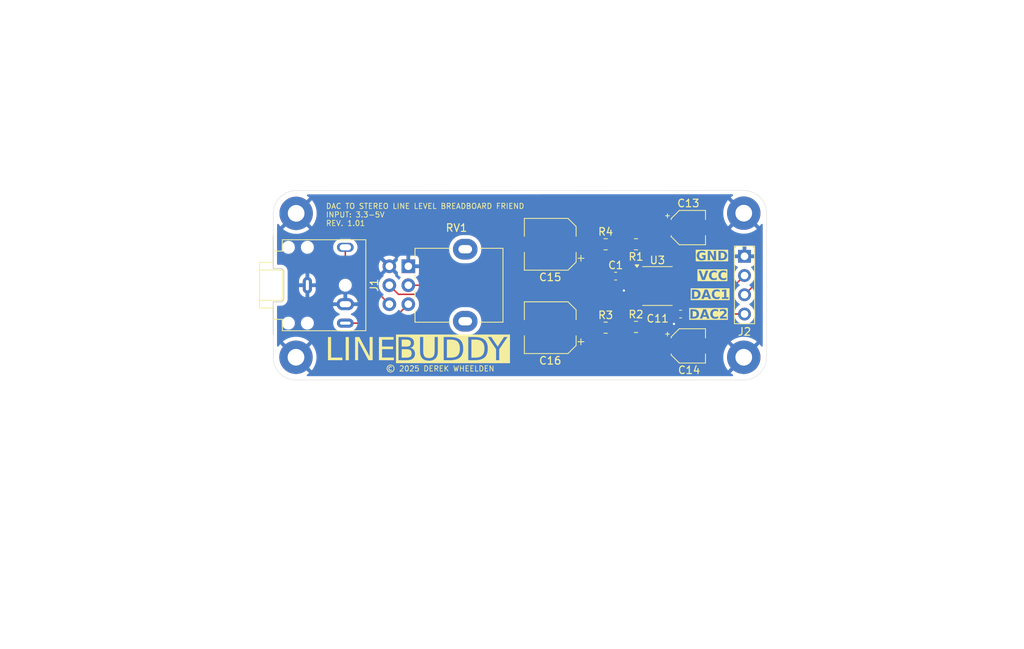
<source format=kicad_pcb>
(kicad_pcb (version 20240108) (generator "pcbnew") (generator_version "8.0")
  (layers (0 "F.Cu" signal) (31 "B.Cu" signal) (34 "B.Paste" user) (35 "F.Paste" user) (36 "B.SilkS" user "B.Silkscreen") (37 "F.SilkS" user "F.Silkscreen") (38 "B.Mask" user) (39 "F.Mask" user) (44 "Edge.Cuts" user))
  (net 0 "")
  (net 1 "+3.3V")
  (net 2 "unconnected-(J2-Pin_2-Pad2)")
  (net 3 "unconnected-(J2-Pin_1-Pad1)")
  (net 4 "GND")
  (net 5 "unconnected-(R1-Pad1)")
  (net 6 "unconnected-(R2-Pad2)")
  (net 7 "unconnected-(RV1-Pad2)")
  (net 8 "unconnected-(R4-Pad1)")
  (net 9 "unconnected-(R3-Pad1)")
  (net 10 "unconnected-(RV1-Pad5)")
  (net 11 "Net-(J1-PadT)")
  (net 12 "Net-(J1-PadR)")
  (net 13 "Net-(R2-Pad1)")
  (net 14 "Net-(R1-Pad2)")
  (net 15 "unconnected-(C1-Pad1)")
  (footprint "Resistor_SMD:R_0805_2012Metric_Pad1.20x1.40mm_HandSolder" (layer "F.Cu") (at 158.2 78.5 180)
    (property "Reference" "R1" (at 0 -1.65 0) (layer "F.SilkS"))
    (property "Value" "33K")
    (fp_line (start -0.227064 0.735) (end 0.227064 0.735) (stroke (width 0.12)) (layer "F.SilkS"))
    (fp_line (start -0.227064 -0.735) (end 0.227064 -0.735) (stroke (width 0.12)) (layer "F.SilkS"))
    (pad "1" smd roundrect (at -1 0 180) (size 1.2 1.4) (layers "F.Cu" "F.Paste" "F.Mask") (roundrect_rratio 0.208333) (net 5 "unconnected-(R1-Pad1)"))
    (pad "2" smd roundrect (at 1 0 180) (size 1.2 1.4) (layers "F.Cu" "F.Paste" "F.Mask") (roundrect_rratio 0.208333) (net 14 "Net-(R1-Pad2)"))
  )
  (footprint "Capacitor_SMD:CP_Elec_4x5.4" (layer "F.Cu") (at 165.1 76.3)
    (property "Reference" "C13" (at 0 -3.2 0) (layer "F.SilkS"))
    (property "Value" "1u")
    (fp_line (start -3 -1.56) (end -2.5 -1.56) (stroke (width 0.12)) (layer "F.SilkS"))
    (fp_line (start -2.75 -1.81) (end -2.75 -1.31) (stroke (width 0.12)) (layer "F.SilkS"))
    (fp_line (start -2.26 -1.195563) (end -2.26 -1.06) (stroke (width 0.12)) (layer "F.SilkS"))
    (fp_line (start -2.26 -1.195563) (end -1.195563 -2.26) (stroke (width 0.12)) (layer "F.SilkS"))
    (fp_line (start -2.26 1.195563) (end -2.26 1.06) (stroke (width 0.12)) (layer "F.SilkS"))
    (fp_line (start -2.26 1.195563) (end -1.195563 2.26) (stroke (width 0.12)) (layer "F.SilkS"))
    (fp_line (start -1.195563 -2.26) (end 2.26 -2.26) (stroke (width 0.12)) (layer "F.SilkS"))
    (fp_line (start -1.195563 2.26) (end 2.26 2.26) (stroke (width 0.12)) (layer "F.SilkS"))
    (fp_line (start 2.26 -2.26) (end 2.26 -1.06) (stroke (width 0.12)) (layer "F.SilkS"))
    (fp_line (start 2.26 2.26) (end 2.26 1.06) (stroke (width 0.12)) (layer "F.SilkS"))
    (pad "1" smd roundrect (at -1.8 0) (size 2.6 1.6) (layers "F.Cu" "F.Paste" "F.Mask") (roundrect_rratio 0.15625) (net 5 "unconnected-(R1-Pad1)"))
    (pad "2" smd roundrect (at 1.8 0) (size 2.6 1.6) (layers "F.Cu" "F.Paste" "F.Mask") (roundrect_rratio 0.15625) (net 2 "unconnected-(J2-Pin_2-Pad2)"))
  )
  (footprint "Potentiometer_THT:Potentiometer_Alpha_RD902F-40-00D_Dual_Vertical" (layer "F.Cu") (at 128.2 81.4)
    (property "Reference" "RV1" (at 6.35 -5.06 0) (layer "F.SilkS"))
    (property "Value" "R_Potentiometer_Dual")
    (fp_line (start 0.88 -2.37) (end 5.6 -2.37) (stroke (width 0.12)) (layer "F.SilkS"))
    (fp_line (start 0.88 -1.19) (end 0.88 -2.37) (stroke (width 0.12)) (layer "F.SilkS"))
    (fp_line (start 0.88 1.71) (end 0.88 1.18) (stroke (width 0.12)) (layer "F.SilkS"))
    (fp_line (start 0.88 4.16) (end 0.88 3.33) (stroke (width 0.12)) (layer "F.SilkS"))
    (fp_line (start 0.88 7.37) (end 0.88 5.88) (stroke (width 0.12)) (layer "F.SilkS"))
    (fp_line (start 0.88 7.37) (end 5.6 7.37) (stroke (width 0.12)) (layer "F.SilkS"))
    (fp_line (start 9.41 -2.37) (end 12.47 -2.37) (stroke (width 0.12)) (layer "F.SilkS"))
    (fp_line (start 9.41 7.37) (end 12.47 7.37) (stroke (width 0.12)) (layer "F.SilkS"))
    (fp_line (start 12.47 7.37) (end 12.47 -2.37) (stroke (width 0.12)) (layer "F.SilkS"))
    (pad "" thru_hole oval (at 7.5 -2.25 90) (size 2.72 3.24) (drill oval 1.1 1.8) (layers "*.Cu" "*.Mask"))
    (pad "" thru_hole oval (at 7.5 7.25 90) (size 2.72 3.24) (drill oval 1.1 1.8) (layers "*.Cu" "*.Mask"))
    (pad "1" thru_hole rect (at 0 0 90) (size 1.8 1.8) (drill 1) (layers "*.Cu" "*.Mask") (net 4 "GND"))
    (pad "2" thru_hole circle (at 0 2.5 90) (size 1.8 1.8) (drill 1) (layers "*.Cu" "*.Mask") (net 7 "unconnected-(RV1-Pad2)"))
    (pad "3" thru_hole circle (at 0 5 90) (size 1.8 1.8) (drill 1) (layers "*.Cu" "*.Mask") (net 11 "Net-(J1-PadT)"))
    (pad "4" thru_hole circle (at -2.5 0 90) (size 1.8 1.8) (drill 1) (layers "*.Cu" "*.Mask") (net 4 "GND"))
    (pad "5" thru_hole circle (at -2.5 2.5 90) (size 1.8 1.8) (drill 1) (layers "*.Cu" "*.Mask") (net 10 "unconnected-(RV1-Pad5)"))
    (pad "6" thru_hole circle (at -2.5 5 90) (size 1.8 1.8) (drill 1) (layers "*.Cu" "*.Mask") (net 12 "Net-(J1-PadR)"))
  )
  (footprint "Capacitor_SMD:CP_Elec_4x5.4" (layer "F.Cu") (at 165.1 91.9)
    (property "Reference" "C14" (at 0.1 3.2 0) (layer "F.SilkS"))
    (property "Value" "1u")
    (fp_line (start -3 -1.56) (end -2.5 -1.56) (stroke (width 0.12)) (layer "F.SilkS"))
    (fp_line (start -2.75 -1.81) (end -2.75 -1.31) (stroke (width 0.12)) (layer "F.SilkS"))
    (fp_line (start -2.26 -1.195563) (end -2.26 -1.06) (stroke (width 0.12)) (layer "F.SilkS"))
    (fp_line (start -2.26 -1.195563) (end -1.195563 -2.26) (stroke (width 0.12)) (layer "F.SilkS"))
    (fp_line (start -2.26 1.195563) (end -2.26 1.06) (stroke (width 0.12)) (layer "F.SilkS"))
    (fp_line (start -2.26 1.195563) (end -1.195563 2.26) (stroke (width 0.12)) (layer "F.SilkS"))
    (fp_line (start -1.195563 -2.26) (end 2.26 -2.26) (stroke (width 0.12)) (layer "F.SilkS"))
    (fp_line (start -1.195563 2.26) (end 2.26 2.26) (stroke (width 0.12)) (layer "F.SilkS"))
    (fp_line (start 2.26 -2.26) (end 2.26 -1.06) (stroke (width 0.12)) (layer "F.SilkS"))
    (fp_line (start 2.26 2.26) (end 2.26 1.06) (stroke (width 0.12)) (layer "F.SilkS"))
    (pad "1" smd roundrect (at -1.8 0) (size 2.6 1.6) (layers "F.Cu" "F.Paste" "F.Mask") (roundrect_rratio 0.15625) (net 6 "unconnected-(R2-Pad2)"))
    (pad "2" smd roundrect (at 1.8 0) (size 2.6 1.6) (layers "F.Cu" "F.Paste" "F.Mask") (roundrect_rratio 0.15625) (net 3 "unconnected-(J2-Pin_1-Pad1)"))
  )
  (footprint "Capacitor_SMD:CP_Elec_6.3x7.7" (layer "F.Cu") (at 146.9 89.5 180)
    (property "Reference" "C16" (at 0 -4.35 0) (layer "F.SilkS"))
    (property "Value" "68u")
    (fp_line (start 3.41 3.41) (end 3.41 1.06) (stroke (width 0.12)) (layer "F.SilkS"))
    (fp_line (start 3.41 -3.41) (end 3.41 -1.06) (stroke (width 0.12)) (layer "F.SilkS"))
    (fp_line (start -2.345563 3.41) (end 3.41 3.41) (stroke (width 0.12)) (layer "F.SilkS"))
    (fp_line (start -2.345563 -3.41) (end 3.41 -3.41) (stroke (width 0.12)) (layer "F.SilkS"))
    (fp_line (start -3.41 2.345563) (end -2.345563 3.41) (stroke (width 0.12)) (layer "F.SilkS"))
    (fp_line (start -3.41 2.345563) (end -3.41 1.06) (stroke (width 0.12)) (layer "F.SilkS"))
    (fp_line (start -3.41 -2.345563) (end -2.345563 -3.41) (stroke (width 0.12)) (layer "F.SilkS"))
    (fp_line (start -3.41 -2.345563) (end -3.41 -1.06) (stroke (width 0.12)) (layer "F.SilkS"))
    (fp_line (start -4.04375 -2.24125) (end -4.04375 -1.45375) (stroke (width 0.12)) (layer "F.SilkS"))
    (fp_line (start -4.4375 -1.8475) (end -3.65 -1.8475) (stroke (width 0.12)) (layer "F.SilkS"))
    (pad "1" smd roundrect (at -2.7 0 180) (size 3.5 1.6) (layers "F.Cu" "F.Paste" "F.Mask") (roundrect_rratio 0.15625) (net 9 "unconnected-(R3-Pad1)"))
    (pad "2" smd roundrect (at 2.7 0 180) (size 3.5 1.6) (layers "F.Cu" "F.Paste" "F.Mask") (roundrect_rratio 0.15625) (net 10 "unconnected-(RV1-Pad5)"))
  )
  (footprint "Capacitor_SMD:C_0603_1608Metric" (layer "F.Cu") (at 164.075 87.7)
    (property "Reference" "C11" (at -3.025 0.6 0) (layer "F.SilkS"))
    (property "Value" "0.1u")
    (fp_line (start -0.14058 -0.51) (end 0.14058 -0.51) (stroke (width 0.12)) (layer "F.SilkS"))
    (fp_line (start -0.14058 0.51) (end 0.14058 0.51) (stroke (width 0.12)) (layer "F.SilkS"))
    (pad "1" smd roundrect (at -0.775 0) (size 0.9 0.95) (layers "F.Cu" "F.Paste" "F.Mask") (net 4 "GND"))
    (pad "2" smd roundrect (at 0.775 0) (size 0.9 0.95) (layers "F.Cu" "F.Paste" "F.Mask") (net 1 "+3.3V"))
  )
  (footprint "Resistor_SMD:R_0805_2012Metric_Pad1.20x1.40mm_HandSolder" (layer "F.Cu") (at 158.2 89.4)
    (property "Reference" "R2" (at 0 -1.65 0) (layer "F.SilkS"))
    (property "Value" "33K")
    (fp_line (start -0.227064 -0.735) (end 0.227064 -0.735) (stroke (width 0.12)) (layer "F.SilkS"))
    (fp_line (start -0.227064 0.735) (end 0.227064 0.735) (stroke (width 0.12)) (layer "F.SilkS"))
    (pad "1" smd roundrect (at -1 0) (size 1.2 1.4) (layers "F.Cu" "F.Paste" "F.Mask") (roundrect_rratio 0.208333) (net 13 "Net-(R2-Pad1)"))
    (pad "2" smd roundrect (at 1 0) (size 1.2 1.4) (layers "F.Cu" "F.Paste" "F.Mask") (roundrect_rratio 0.208333) (net 6 "unconnected-(R2-Pad2)"))
  )
  (footprint "MountingHole:MountingHole_2.2mm_M2_Pad" (layer "F.Cu") (at 113.400001 93.399999)
    (property "Reference" "H2" (hide yes))
    (property "Value" "MountingHole_Pad")
    (pad "1" thru_hole circle (at 0 0) (size 4.4 4.4) (drill 2.2) (layers "*.Cu" "*.Mask") (net 4 "GND"))
  )
  (footprint "Resistor_SMD:R_0805_2012Metric_Pad1.20x1.40mm_HandSolder" (layer "F.Cu") (at 154.2 89.5)
    (property "Reference" "R3" (at 0 -1.65 0) (layer "F.SilkS"))
    (property "Value" "22K")
    (fp_line (start -0.227064 -0.735) (end 0.227064 -0.735) (stroke (width 0.12)) (layer "F.SilkS"))
    (fp_line (start -0.227064 0.735) (end 0.227064 0.735) (stroke (width 0.12)) (layer "F.SilkS"))
    (pad "1" smd roundrect (at -1 0) (size 1.2 1.4) (layers "F.Cu" "F.Paste" "F.Mask") (roundrect_rratio 0.208333) (net 9 "unconnected-(R3-Pad1)"))
    (pad "2" smd roundrect (at 1 0) (size 1.2 1.4) (layers "F.Cu" "F.Paste" "F.Mask") (roundrect_rratio 0.208333) (net 13 "Net-(R2-Pad1)"))
  )
  (footprint "Connector_Audio:Jack_3.5mm_CUI_SJ1-3524N_Horizontal" (layer "F.Cu") (at 114.9 83.9 -90)
    (property "Reference" "J1" (at 0 -8.8 90) (layer "F.SilkS"))
    (property "Value" "AudioJack3")
    (fp_line (start -3 6.3) (end -3 4.5) (stroke (width 0.12)) (layer "F.SilkS"))
    (fp_line (start 2 6.3) (end 2 3.3) (stroke (width 0.12)) (layer "F.SilkS"))
    (fp_line (start 3 6.3) (end -3 6.3) (stroke (width 0.12)) (layer "F.SilkS"))
    (fp_line (start -4.5 4.5) (end -4.5 3.3) (stroke (width 0.12)) (layer "F.SilkS"))
    (fp_line (start -3 4.5) (end -4.5 4.5) (stroke (width 0.12)) (layer "F.SilkS"))
    (fp_line (start 3 4.5) (end 3 6.3) (stroke (width 0.12)) (layer "F.SilkS"))
    (fp_line (start 4.5 4.5) (end 3 4.5) (stroke (width 0.12)) (layer "F.SilkS"))
    (fp_line (start -6 3.3) (end -6 -7.7) (stroke (width 0.12)) (layer "F.SilkS"))
    (fp_line (start -4.5 3.3) (end -6 3.3) (stroke (width 0.12)) (layer "F.SilkS"))
    (fp_line (start -2 3.3) (end -2 6.3) (stroke (width 0.12)) (layer "F.SilkS"))
    (fp_line (start 2 3.3) (end -2 3.3) (stroke (width 0.12)) (layer "F.SilkS"))
    (fp_line (start 4.5 3.3) (end 4.5 4.5) (stroke (width 0.12)) (layer "F.SilkS"))
    (fp_line (start 6 3.3) (end 4.5 3.3) (stroke (width 0.12)) (layer "F.SilkS"))
    (fp_line (start -6 -7.7) (end 6 -7.7) (stroke (width 0.12)) (layer "F.SilkS"))
    (fp_line (start 6 -7.7) (end 6 3.3) (stroke (width 0.12)) (layer "F.SilkS"))
    (fp_line (start -2.2 4.5) (end -6.5 4.5) (stroke (width 0.12)) (layer "Edge.Cuts"))
    (fp_line (start 2.2 4.5) (end 6.5 4.5) (stroke (width 0.12)) (layer "Edge.Cuts"))
    (fp_line (start -2.2 3.5) (end -2.2 4.5) (stroke (width 0.12)) (layer "Edge.Cuts"))
    (fp_line (start 2.2 3.5) (end 2.2 4.5) (stroke (width 0.12)) (layer "Edge.Cuts"))
    (fp_line (start 1.8 3.1) (end -1.8 3.1) (stroke (width 0.12)) (layer "Edge.Cuts"))
    (fp_arc (start -2.2 3.5) (mid -2.082842 3.217158) (end -1.8 3.1) (stroke (width 0.12)) (layer "Edge.Cuts"))
    (fp_arc (start 1.8 3.1) (mid 2.082843 3.217157) (end 2.2 3.5) (stroke (width 0.12)) (layer "Edge.Cuts"))
    (pad "" np_thru_hole circle (at -5 0 270) (size 1.2 1.2) (drill 1.2) (layers "F&B.Cu" "*.Mask"))
    (pad "" np_thru_hole circle (at -5 2.5 270) (size 1.2 1.2) (drill 1.2) (layers "F&B.Cu" "*.Mask"))
    (pad "" np_thru_hole circle (at 0 -5 270) (size 1.2 1.2) (drill 1.2) (layers "F&B.Cu" "*.Mask"))
    (pad "" np_thru_hole circle (at 5 0 270) (size 1.2 1.2) (drill 1.2) (layers "F&B.Cu" "*.Mask"))
    (pad "" np_thru_hole circle (at 5 2.5 270) (size 1.2 1.2) (drill 1.2) (layers "F&B.Cu" "*.Mask"))
    (pad "R" thru_hole oval (at -5 -5 270) (size 1.2 2.2) (drill oval 0.8 1.5) (layers "*.Cu" "*.Mask") (net 12 "Net-(J1-PadR)"))
    (pad "S" thru_hole oval (at 0 0 270) (size 2.2 1.2) (drill oval 1.4 0.4) (layers "*.Cu" "*.Mask") (net 4 "GND"))
    (pad "T" thru_hole oval (at 5 -5 90) (size 1.2 2.2) (drill oval 0.4 1.4) (layers "*.Cu" "*.Mask") (net 11 "Net-(J1-PadT)"))
    (pad "TN" thru_hole oval (at 2.5 -5 90) (size 1.6 2.3) (drill oval 0.8 1.5) (layers "*.Cu" "*.Mask") (net 4 "GND"))
  )
  (footprint "Package_SO:SOIC-8_3.9x4.9mm_P1.27mm" (layer "F.Cu") (at 161.025 84.005)
    (property "Reference" "U3" (at 0 -3.4 0) (layer "F.SilkS"))
    (property "Value" "TPA6110A2DGN")
    (fp_line (start 0 -2.56) (end -1.95 -2.56) (stroke (width 0.12)) (layer "F.SilkS"))
    (fp_line (start 0 -2.56) (end 1.95 -2.56) (stroke (width 0.12)) (layer "F.SilkS"))
    (fp_line (start 0 2.56) (end -1.95 2.56) (stroke (width 0.12)) (layer "F.SilkS"))
    (fp_line (start 0 2.56) (end 1.95 2.56) (stroke (width 0.12)) (layer "F.SilkS"))
    (fp_poly (pts (xy -2.7 -2.465) (xy -2.94 -2.795) (xy -2.46 -2.795) (xy -2.7 -2.465)) (stroke (width 0.12)) (fill solid) (layer "F.SilkS"))
    (pad "1" smd roundrect (at -2.475 -1.905) (size 1.95 0.6) (layers "F.Cu" "F.Paste" "F.Mask") (net 15 "unconnected-(C1-Pad1)"))
    (pad "2" smd roundrect (at -2.475 -0.635) (size 1.95 0.6) (layers "F.Cu" "F.Paste" "F.Mask") (net 4 "GND"))
    (pad "3" smd roundrect (at -2.475 0.635) (size 1.95 0.6) (layers "F.Cu" "F.Paste" "F.Mask") (net 4 "GND"))
    (pad "4" smd roundrect (at -2.475 1.905) (size 1.95 0.6) (layers "F.Cu" "F.Paste" "F.Mask") (net 13 "Net-(R2-Pad1)"))
    (pad "5" smd roundrect (at 2.475 1.905) (size 1.95 0.6) (layers "F.Cu" "F.Paste" "F.Mask") (net 6 "unconnected-(R2-Pad2)"))
    (pad "6" smd roundrect (at 2.475 0.635) (size 1.95 0.6) (layers "F.Cu" "F.Paste" "F.Mask") (net 1 "+3.3V"))
    (pad "7" smd roundrect (at 2.475 -0.635) (size 1.95 0.6) (layers "F.Cu" "F.Paste" "F.Mask") (net 5 "unconnected-(R1-Pad1)"))
    (pad "8" smd roundrect (at 2.475 -1.905) (size 1.95 0.6) (layers "F.Cu" "F.Paste" "F.Mask") (net 14 "Net-(R1-Pad2)"))
  )
  (footprint "MountingHole:MountingHole_2.2mm_M2_Pad" (layer "F.Cu") (at 113.42132 74.42132)
    (property "Reference" "H1" (hide yes))
    (property "Value" "MountingHole_Pad")
    (pad "1" thru_hole circle (at 0 0) (size 4.4 4.4) (drill 2.2) (layers "*.Cu" "*.Mask") (net 4 "GND"))
  )
  (footprint "Capacitor_SMD:CP_Elec_6.3x7.7" (layer "F.Cu") (at 146.9 78.5 180)
    (property "Reference" "C15" (at 0 -4.35 0) (layer "F.SilkS"))
    (property "Value" "68u")
    (fp_line (start 3.41 3.41) (end 3.41 1.06) (stroke (width 0.12)) (layer "F.SilkS"))
    (fp_line (start 3.41 -3.41) (end 3.41 -1.06) (stroke (width 0.12)) (layer "F.SilkS"))
    (fp_line (start -2.345563 3.41) (end 3.41 3.41) (stroke (width 0.12)) (layer "F.SilkS"))
    (fp_line (start -2.345563 -3.41) (end 3.41 -3.41) (stroke (width 0.12)) (layer "F.SilkS"))
    (fp_line (start -3.41 2.345563) (end -2.345563 3.41) (stroke (width 0.12)) (layer "F.SilkS"))
    (fp_line (start -3.41 2.345563) (end -3.41 1.06) (stroke (width 0.12)) (layer "F.SilkS"))
    (fp_line (start -3.41 -2.345563) (end -2.345563 -3.41) (stroke (width 0.12)) (layer "F.SilkS"))
    (fp_line (start -3.41 -2.345563) (end -3.41 -1.06) (stroke (width 0.12)) (layer "F.SilkS"))
    (fp_line (start -4.04375 -2.24125) (end -4.04375 -1.45375) (stroke (width 0.12)) (layer "F.SilkS"))
    (fp_line (start -4.4375 -1.8475) (end -3.65 -1.8475) (stroke (width 0.12)) (layer "F.SilkS"))
    (pad "1" smd roundrect (at -2.7 0 180) (size 3.5 1.6) (layers "F.Cu" "F.Paste" "F.Mask") (roundrect_rratio 0.15625) (net 8 "unconnected-(R4-Pad1)"))
    (pad "2" smd roundrect (at 2.7 0 180) (size 3.5 1.6) (layers "F.Cu" "F.Paste" "F.Mask") (roundrect_rratio 0.15625) (net 7 "unconnected-(RV1-Pad2)"))
  )
  (footprint "MountingHole:MountingHole_2.2mm_M2_Pad" (layer "F.Cu") (at 172.399999 93.399999)
    (property "Reference" "H4" (hide yes))
    (property "Value" "MountingHole_Pad")
    (pad "1" thru_hole circle (at 0 0) (size 4.4 4.4) (drill 2.2) (layers "*.Cu" "*.Mask") (net 4 "GND"))
  )
  (footprint "Connector_PinHeader_2.54mm:PinHeader_1x04_P2.54mm_Vertical" (layer "F.Cu") (at 172.5 87.7 180)
    (property "Reference" "J2" (at 0 -2.33 0) (layer "F.SilkS"))
    (property "Value" "Conn_01x04_Pin")
    (fp_line (start 1.33 -1.27) (end 1.33 8.95) (stroke (width 0.12)) (layer "F.SilkS"))
    (fp_line (start -1.33 8.95) (end 1.33 8.95) (stroke (width 0.12)) (layer "F.SilkS"))
    (fp_line (start -1.33 -1.27) (end 1.33 -1.27) (stroke (width 0.12)) (layer "F.SilkS"))
    (fp_line (start -1.33 -1.27) (end -1.33 8.95) (stroke (width 0.12)) (layer "F.SilkS"))
    (pad "1" thru_hole circle (at 0 0 180) (size 1.7 1.7) (drill 1) (layers "*.Cu" "*.Mask") (net 3 "unconnected-(J2-Pin_1-Pad1)"))
    (pad "2" thru_hole oval (at 0 2.54 180) (size 1.7 1.7) (drill 1) (layers "*.Cu" "*.Mask") (net 2 "unconnected-(J2-Pin_2-Pad2)"))
    (pad "3" thru_hole oval (at 0 5.08 180) (size 1.7 1.7) (drill 1) (layers "*.Cu" "*.Mask") (net 1 "+3.3V"))
    (pad "4" thru_hole rect (at 0 7.62 180) (size 1.7 1.7) (drill 1) (layers "*.Cu" "*.Mask") (net 4 "GND"))
  )
  (footprint "MountingHole:MountingHole_2.2mm_M2_Pad" (layer "F.Cu") (at 172.399999 74.400001)
    (property "Reference" "H3" (hide yes))
    (property "Value" "MountingHole_Pad")
    (pad "1" thru_hole circle (at 0 0) (size 4.4 4.4) (drill 2.2) (layers "*.Cu" "*.Mask") (net 4 "GND"))
  )
  (footprint "Capacitor_SMD:C_0603_1608Metric" (layer "F.Cu") (at 155.525 82.7)
    (property "Reference" "C1" (at 0 -1.43 0) (layer "F.SilkS"))
    (property "Value" "0.1u")
    (fp_line (start -0.14058 -0.51) (end 0.14058 -0.51) (stroke (width 0.12)) (layer "F.SilkS"))
    (fp_line (start -0.14058 0.51) (end 0.14058 0.51) (stroke (width 0.12)) (layer "F.SilkS"))
    (pad "1" smd roundrect (at -0.775 0) (size 0.9 0.95) (layers "F.Cu" "F.Paste" "F.Mask") (net 15 "unconnected-(C1-Pad1)"))
    (pad "2" smd roundrect (at 0.775 0) (size 0.9 0.95) (layers "F.Cu" "F.Paste" "F.Mask") (net 4 "GND"))
  )
  (footprint "Resistor_SMD:R_0805_2012Metric_Pad1.20x1.40mm_HandSolder" (layer "F.Cu") (at 154.2 78.5)
    (property "Reference" "R4" (at 0 -1.65 0) (layer "F.SilkS"))
    (property "Value" "22K")
    (fp_line (start -0.227064 -0.735) (end 0.227064 -0.735) (stroke (width 0.12)) (layer "F.SilkS"))
    (fp_line (start -0.227064 0.735) (end 0.227064 0.735) (stroke (width 0.12)) (layer "F.SilkS"))
    (pad "1" smd roundrect (at -1 0) (size 1.2 1.4) (layers "F.Cu" "F.Paste" "F.Mask") (roundrect_rratio 0.208333) (net 8 "unconnected-(R4-Pad1)"))
    (pad "2" smd roundrect (at 1 0) (size 1.2 1.4) (layers "F.Cu" "F.Paste" "F.Mask") (roundrect_rratio 0.208333) (net 14 "Net-(R1-Pad2)"))
  )
  (gr_arc (start 175.4 93.4) (mid 174.52132 95.52132) (end 172.4 96.4) (stroke (width 0.05)) (layer "Edge.Cuts"))
  (gr_arc (start 110.42132 74.42132) (mid 111.3 72.3) (end 113.42132 71.42132) (stroke (width 0.05)) (layer "Edge.Cuts"))
  (gr_line (start 110.4 93.4) (end 110.4 90.4) (stroke (width 0.05)) (layer "Edge.Cuts"))
  (gr_line (start 110.42132 74.42132) (end 110.4 77.4) (stroke (width 0.05)) (layer "Edge.Cuts"))
  (gr_line (start 113.42132 71.42132) (end 172.4 71.4) (stroke (width 0.05)) (layer "Edge.Cuts"))
  (gr_arc (start 113.4 96.4) (mid 111.27868 95.52132) (end 110.4 93.4) (stroke (width 0.05)) (layer "Edge.Cuts"))
  (gr_arc (start 172.4 71.4) (mid 174.52132 72.27868) (end 175.4 74.4) (stroke (width 0.05)) (layer "Edge.Cuts"))
  (gr_line (start 175.4 93.4) (end 175.4 74.4) (stroke (width 0.05)) (layer "Edge.Cuts"))
  (gr_line (start 113.4 96.4) (end 172.4 96.4) (stroke (width 0.05)) (layer "Edge.Cuts"))
  (gr_text "GND" (at 170.3 80.1 0) (layer "F.SilkS" knockout) (effects (font (size 1.2 1.2) (thickness 0.25) (bold yes)) (justify right)))
  (gr_text "LINE" (at 117.2 94.3 0) (layer "F.SilkS") (effects (font (size 3 3) (thickness 0.1)) (justify left bottom)))
  (gr_text "DAC2" (at 170.3 87.8 0) (layer "F.SilkS" knockout) (effects (font (size 1.2 1.2) (thickness 0.3) (bold yes)) (justify right)))
  (gr_text "DAC1" (at 170.5 85.2 0) (layer "F.SilkS" knockout) (effects (font (size 1.2 1.2) (thickness 0.3) (bold yes)) (justify right)))
  (gr_text "© 2025 DEREK WHEELDEN" (at 125.2 94.9 0) (layer "F.SilkS") (effects (font (size 0.7 0.7) (thickness 0.1)) (justify left)))
  (gr_text "DAC TO STEREO LINE LEVEL BREADBOARD FRIEND\nINPUT: 3.3-5V\nREV. 1.01" (at 117.3 74.6 0) (layer "F.SilkS") (effects (font (size 0.7 0.7) (thickness 0.1)) (justify left)))
  (gr_text "VCC" (at 170.2 82.7 0) (layer "F.SilkS" knockout) (effects (font (size 1.2 1.2) (thickness 0.3) (bold yes)) (justify right)))
  (gr_text "BUDDY" (at 126.5 94.3 0) (layer "F.SilkS" knockout) (effects (font (size 3 3) (thickness 0.1)) (justify left bottom)))
  (segment (start 164.85 87.7) (end 167.42 87.7) (width 0.2) (layer "F.Cu") (net 1))
  (segment (start 164.85 85.015001) (end 164.474999 84.64) (width 0.2) (layer "F.Cu") (net 1))
  (segment (start 164.474999 84.64) (end 163.5 84.64) (width 0.2) (layer "F.Cu") (net 1))
  (segment (start 167.42 87.7) (end 172.5 82.62) (width 0.2) (layer "F.Cu") (net 1))
  (segment (start 164.85 87.7) (end 164.85 85.015001) (width 0.2) (layer "F.Cu") (net 1))
  (segment (start 172 77.9) (end 170.4 76.3) (width 0.2) (layer "F.Cu") (net 2))
  (segment (start 170.4 76.3) (end 166.9 76.3) (width 0.2) (layer "F.Cu") (net 2))
  (segment (start 173.9 83.76) (end 173.9 78.7) (width 0.2) (layer "F.Cu") (net 2))
  (segment (start 173.1 77.9) (end 172 77.9) (width 0.2) (layer "F.Cu") (net 2))
  (segment (start 172.5 85.16) (end 173.9 83.76) (width 0.2) (layer "F.Cu") (net 2))
  (segment (start 173.9 78.7) (end 173.1 77.9) (width 0.2) (layer "F.Cu") (net 2))
  (segment (start 171.1 87.7) (end 166.9 91.9) (width 0.2) (layer "F.Cu") (net 3))
  (segment (start 172.5 87.7) (end 171.1 87.7) (width 0.2) (layer "F.Cu") (net 3))
  (segment (start 156.97 83.37) (end 156.3 82.7) (width 0.2) (layer "F.Cu") (net 4))
  (segment (start 156.6 84.6) (end 156.3 84.3) (width 0.2) (layer "F.Cu") (net 4))
  (segment (start 158.51 84.6) (end 158.55 84.64) (width 0.2) (layer "F.Cu") (net 4))
  (segment (start 158.55 83.37) (end 156.97 83.37) (width 0.2) (layer "F.Cu") (net 4))
  (segment (start 163.3 88.9) (end 163.2 89) (width 0.2) (layer "F.Cu") (net 4))
  (segment (start 163.3 87.7) (end 163.3 88.9) (width 0.2) (layer "F.Cu") (net 4))
  (segment (start 156.6 84.6) (end 158.51 84.6) (width 0.2) (layer "F.Cu") (net 4))
  (segment (start 156.3 84.3) (end 156.3 82.7) (width 0.2) (layer "F.Cu") (net 4))
  (via (at 156.6 84.6) (size 0.6) (drill 0.3) (layers "F.Cu" "B.Cu") (net 4))
  (via (at 163.2 89) (size 0.6) (drill 0.3) (layers "F.Cu" "B.Cu") (net 4))
  (segment (start 161.4 76.3) (end 159.2 78.5) (width 0.2) (layer "F.Cu") (net 5))
  (segment (start 159.2 79.415552) (end 163.154448 83.37) (width 0.2) (layer "F.Cu") (net 5))
  (segment (start 163.154448 83.37) (end 163.5 83.37) (width 0.2) (layer "F.Cu") (net 5))
  (segment (start 163.3 76.3) (end 161.4 76.3) (width 0.2) (layer "F.Cu") (net 5))
  (segment (start 159.2 78.5) (end 159.2 79.415552) (width 0.2) (layer "F.Cu") (net 5))
  (segment (start 160.01 89.4) (end 163.5 85.91) (width 0.2) (layer "F.Cu") (net 6))
  (segment (start 161.7 91.9) (end 159.2 89.4) (width 0.2) (layer "F.Cu") (net 6))
  (segment (start 163.3 91.9) (end 161.7 91.9) (width 0.2) (layer "F.Cu") (net 6))
  (segment (start 159.2 89.4) (end 160.01 89.4) (width 0.2) (layer "F.Cu") (net 6))
  (segment (start 144.2 78.5) (end 138.8 83.9) (width 0.2) (layer "F.Cu") (net 7))
  (segment (start 138.8 83.9) (end 128.2 83.9) (width 0.2) (layer "F.Cu") (net 7))
  (segment (start 153.2 78.5) (end 149.6 78.5) (width 0.2) (layer "F.Cu") (net 8))
  (segment (start 153.2 89.5) (end 149.6 89.5) (width 0.2) (layer "F.Cu") (net 9))
  (segment (start 139.8 85.1) (end 126.9 85.1) (width 0.2) (layer "F.Cu") (net 10))
  (segment (start 144.2 89.5) (end 139.8 85.1) (width 0.2) (layer "F.Cu") (net 10))
  (segment (start 126.9 85.1) (end 125.7 83.9) (width 0.2) (layer "F.Cu") (net 10))
  (segment (start 128.2 86.4) (end 125.7 88.9) (width 0.2) (layer "F.Cu") (net 11))
  (segment (start 125.7 88.9) (end 119.9 88.9) (width 0.2) (layer "F.Cu") (net 11))
  (segment (start 125.7 86.4) (end 119.9 80.6) (width 0.2) (layer "F.Cu") (net 12))
  (segment (start 119.9 80.6) (end 119.9 78.9) (width 0.2) (layer "F.Cu") (net 12))
  (segment (start 157.2 89.4) (end 157.2 87.26) (width 0.2) (layer "F.Cu") (net 13))
  (segment (start 155.2 89.5) (end 155.2 89.26) (width 0.2) (layer "F.Cu") (net 13))
  (segment (start 157.2 87.26) (end 158.55 85.91) (width 0.2) (layer "F.Cu") (net 13))
  (segment (start 155.2 89.26) (end 158.55 85.91) (width 0.2) (layer "F.Cu") (net 13))
  (segment (start 155.2 78.5) (end 157.2 78.5) (width 0.2) (layer "F.Cu") (net 14))
  (segment (start 157.2 78.685552) (end 157.2 78.5) (width 0.2) (layer "F.Cu") (net 14))
  (segment (start 164.474999 82.1) (end 164.775 82.400001) (width 0.2) (layer "F.Cu") (net 14))
  (segment (start 164.775 82.400001) (end 164.775 83.710552) (width 0.2) (layer "F.Cu") (net 14))
  (segment (start 164.515552 83.97) (end 162.484448 83.97) (width 0.2) (layer "F.Cu") (net 14))
  (segment (start 162.484448 83.97) (end 157.2 78.685552) (width 0.2) (layer "F.Cu") (net 14))
  (segment (start 164.775 83.710552) (end 164.515552 83.97) (width 0.2) (layer "F.Cu") (net 14))
  (segment (start 163.5 82.1) (end 164.474999 82.1) (width 0.2) (layer "F.Cu") (net 14))
  (segment (start 158.250001 81.800001) (end 158.55 82.1) (width 0.2) (layer "F.Cu") (net 15))
  (segment (start 155.649999 81.800001) (end 158.250001 81.800001) (width 0.2) (layer "F.Cu") (net 15))
  (segment (start 154.75 82.7) (end 155.649999 81.800001) (width 0.2) (layer "F.Cu") (net 15))
  (zone (net 4) (net_name "GND") (layer "B.Cu") (connect_pads (clearance 0.5)) (min_thickness 0.25) (fill yes (thermal_gap 0.5) (thermal_bridge_width 0.5))
    (polygon (pts (xy 74.8 46.4) (xy 74.4 131.9) (xy 209.045623 131.788952) (xy 209.345623 46.288952)))
  )
)
</source>
